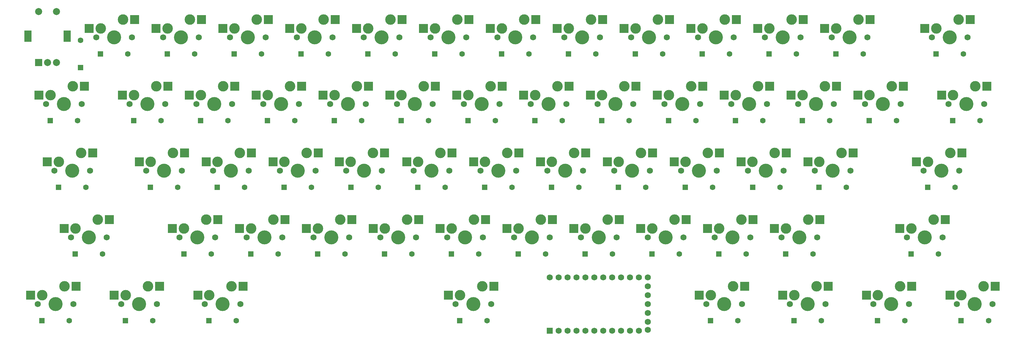
<source format=gbr>
%TF.GenerationSoftware,KiCad,Pcbnew,(5.1.9)-1*%
%TF.CreationDate,2021-02-15T21:30:30-05:00*%
%TF.ProjectId,60percent - Copy,36307065-7263-4656-9e74-202d20436f70,rev?*%
%TF.SameCoordinates,Original*%
%TF.FileFunction,Soldermask,Bot*%
%TF.FilePolarity,Negative*%
%FSLAX46Y46*%
G04 Gerber Fmt 4.6, Leading zero omitted, Abs format (unit mm)*
G04 Created by KiCad (PCBNEW (5.1.9)-1) date 2021-02-15 21:30:30*
%MOMM*%
%LPD*%
G01*
G04 APERTURE LIST*
%ADD10R,1.600000X1.600000*%
%ADD11C,1.600000*%
%ADD12R,2.550000X2.500000*%
%ADD13C,1.750000*%
%ADD14C,4.000000*%
%ADD15C,3.000000*%
%ADD16C,2.000000*%
%ADD17R,2.000000X3.200000*%
%ADD18R,2.000000X2.000000*%
%ADD19R,1.752600X1.752600*%
%ADD20C,1.752600*%
G04 APERTURE END LIST*
D10*
%TO.C,D1*%
X85725000Y-82480800D03*
D11*
X85725000Y-74680800D03*
%TD*%
D10*
%TO.C,D2*%
X91350000Y-78580800D03*
D11*
X99150000Y-78580800D03*
%TD*%
D10*
%TO.C,D3*%
X110400000Y-78580800D03*
D11*
X118200000Y-78580800D03*
%TD*%
%TO.C,D4*%
X137250000Y-78580800D03*
D10*
X129450000Y-78580800D03*
%TD*%
%TO.C,D5*%
X148500000Y-78580800D03*
D11*
X156300000Y-78580800D03*
%TD*%
D10*
%TO.C,D6*%
X167550000Y-78580800D03*
D11*
X175350000Y-78580800D03*
%TD*%
%TO.C,D7*%
X194400000Y-78580800D03*
D10*
X186600000Y-78580800D03*
%TD*%
%TO.C,D8*%
X205650000Y-78580800D03*
D11*
X213450000Y-78580800D03*
%TD*%
D10*
%TO.C,D9*%
X224700000Y-78580800D03*
D11*
X232500000Y-78580800D03*
%TD*%
%TO.C,D10*%
X251550000Y-78580800D03*
D10*
X243750000Y-78580800D03*
%TD*%
D11*
%TO.C,D11*%
X270600000Y-78580800D03*
D10*
X262800000Y-78580800D03*
%TD*%
%TO.C,D12*%
X281850000Y-78580800D03*
D11*
X289650000Y-78580800D03*
%TD*%
%TO.C,D13*%
X308700000Y-78580800D03*
D10*
X300900000Y-78580800D03*
%TD*%
D11*
%TO.C,D14*%
X337276000Y-78580800D03*
D10*
X329476000Y-78580800D03*
%TD*%
D11*
%TO.C,D15*%
X84862500Y-97630800D03*
D10*
X77062500Y-97630800D03*
%TD*%
D11*
%TO.C,D16*%
X108675000Y-97630800D03*
D10*
X100875000Y-97630800D03*
%TD*%
%TO.C,D17*%
X119925000Y-97630800D03*
D11*
X127725000Y-97630800D03*
%TD*%
%TO.C,D18*%
X146775000Y-97630800D03*
D10*
X138975000Y-97630800D03*
%TD*%
D11*
%TO.C,D19*%
X165826000Y-97630800D03*
D10*
X158026000Y-97630800D03*
%TD*%
%TO.C,D20*%
X177076000Y-97630800D03*
D11*
X184876000Y-97630800D03*
%TD*%
D10*
%TO.C,D21*%
X196126000Y-97630800D03*
D11*
X203926000Y-97630800D03*
%TD*%
D10*
%TO.C,D22*%
X215176000Y-97630800D03*
D11*
X222976000Y-97630800D03*
%TD*%
%TO.C,D23*%
X242026000Y-97630800D03*
D10*
X234226000Y-97630800D03*
%TD*%
%TO.C,D24*%
X253276000Y-97630800D03*
D11*
X261076000Y-97630800D03*
%TD*%
%TO.C,D25*%
X280126000Y-97630800D03*
D10*
X272326000Y-97630800D03*
%TD*%
%TO.C,D26*%
X291376000Y-97630800D03*
D11*
X299176000Y-97630800D03*
%TD*%
%TO.C,D27*%
X318226000Y-97630800D03*
D10*
X310426000Y-97630800D03*
%TD*%
%TO.C,D28*%
X334238000Y-97630800D03*
D11*
X342038000Y-97630800D03*
%TD*%
D10*
%TO.C,D29*%
X79443700Y-116681000D03*
D11*
X87243700Y-116681000D03*
%TD*%
D10*
%TO.C,D30*%
X105638000Y-116681000D03*
D11*
X113438000Y-116681000D03*
%TD*%
D10*
%TO.C,D31*%
X124688000Y-116681000D03*
D11*
X132488000Y-116681000D03*
%TD*%
%TO.C,D32*%
X151538000Y-116681000D03*
D10*
X143738000Y-116681000D03*
%TD*%
%TO.C,D33*%
X162788000Y-116681000D03*
D11*
X170588000Y-116681000D03*
%TD*%
%TO.C,D34*%
X189638000Y-116681000D03*
D10*
X181838000Y-116681000D03*
%TD*%
%TO.C,D35*%
X200888000Y-116681000D03*
D11*
X208688000Y-116681000D03*
%TD*%
%TO.C,D36*%
X227738000Y-116681000D03*
D10*
X219938000Y-116681000D03*
%TD*%
%TO.C,D37*%
X238988000Y-116681000D03*
D11*
X246788000Y-116681000D03*
%TD*%
%TO.C,D38*%
X265838000Y-116681000D03*
D10*
X258038000Y-116681000D03*
%TD*%
%TO.C,D39*%
X277204000Y-116681000D03*
D11*
X285004000Y-116681000D03*
%TD*%
%TO.C,D40*%
X303938000Y-116681000D03*
D10*
X296138000Y-116681000D03*
%TD*%
D11*
%TO.C,D41*%
X334894000Y-116681000D03*
D10*
X327094000Y-116681000D03*
%TD*%
D11*
%TO.C,D42*%
X92006300Y-135731000D03*
D10*
X84206300Y-135731000D03*
%TD*%
%TO.C,D43*%
X115162000Y-135731000D03*
D11*
X122962000Y-135731000D03*
%TD*%
%TO.C,D44*%
X142012000Y-135731000D03*
D10*
X134212000Y-135731000D03*
%TD*%
%TO.C,D45*%
X153262000Y-135731000D03*
D11*
X161062000Y-135731000D03*
%TD*%
%TO.C,D46*%
X180112000Y-135731000D03*
D10*
X172312000Y-135731000D03*
%TD*%
%TO.C,D47*%
X191362000Y-135731000D03*
D11*
X199162000Y-135731000D03*
%TD*%
%TO.C,D48*%
X218212000Y-135731000D03*
D10*
X210412000Y-135731000D03*
%TD*%
%TO.C,D49*%
X229462000Y-135731000D03*
D11*
X237262000Y-135731000D03*
%TD*%
%TO.C,D50*%
X256312000Y-135731000D03*
D10*
X248512000Y-135731000D03*
%TD*%
D11*
%TO.C,D51*%
X275362000Y-135731000D03*
D10*
X267562000Y-135731000D03*
%TD*%
D11*
%TO.C,D52*%
X294412000Y-135731000D03*
D10*
X286612000Y-135731000D03*
%TD*%
%TO.C,D53*%
X322332000Y-135731000D03*
D11*
X330132000Y-135731000D03*
%TD*%
%TO.C,D54*%
X82481300Y-154781000D03*
D10*
X74681300Y-154781000D03*
%TD*%
%TO.C,D55*%
X98494000Y-154781000D03*
D11*
X106294000Y-154781000D03*
%TD*%
%TO.C,D56*%
X130106000Y-154781000D03*
D10*
X122306000Y-154781000D03*
%TD*%
%TO.C,D57*%
X193744000Y-154781000D03*
D11*
X201544000Y-154781000D03*
%TD*%
%TO.C,D58*%
X272982000Y-154781000D03*
D10*
X265182000Y-154781000D03*
%TD*%
%TO.C,D59*%
X288994000Y-154781000D03*
D11*
X296794000Y-154781000D03*
%TD*%
%TO.C,D60*%
X320606000Y-154781000D03*
D10*
X312806000Y-154781000D03*
%TD*%
%TO.C,D61*%
X336618000Y-154781000D03*
D11*
X344418000Y-154781000D03*
%TD*%
D12*
%TO.C,K1*%
X101092000Y-68738800D03*
X88165000Y-71278800D03*
D13*
X100330000Y-73818800D03*
X90170000Y-73818800D03*
D14*
X95250000Y-73818800D03*
D15*
X97790000Y-68738800D03*
X91440000Y-71278800D03*
%TD*%
%TO.C,K2*%
X110490000Y-71278800D03*
X116840000Y-68738800D03*
D14*
X114300000Y-73818800D03*
D13*
X109220000Y-73818800D03*
X119380000Y-73818800D03*
D12*
X107215000Y-71278800D03*
X120142000Y-68738800D03*
%TD*%
D15*
%TO.C,K3*%
X129540000Y-71278800D03*
X135890000Y-68738800D03*
D14*
X133350000Y-73818800D03*
D13*
X128270000Y-73818800D03*
X138430000Y-73818800D03*
D12*
X126265000Y-71278800D03*
X139192000Y-68738800D03*
%TD*%
%TO.C,K4*%
X158242000Y-68738800D03*
X145315000Y-71278800D03*
D13*
X157480000Y-73818800D03*
X147320000Y-73818800D03*
D14*
X152400000Y-73818800D03*
D15*
X154940000Y-68738800D03*
X148590000Y-71278800D03*
%TD*%
%TO.C,K5*%
X167640000Y-71278800D03*
X173990000Y-68738800D03*
D14*
X171450000Y-73818800D03*
D13*
X166370000Y-73818800D03*
X176530000Y-73818800D03*
D12*
X164365000Y-71278800D03*
X177292000Y-68738800D03*
%TD*%
%TO.C,K6*%
X196342000Y-68738800D03*
X183415000Y-71278800D03*
D13*
X195580000Y-73818800D03*
X185420000Y-73818800D03*
D14*
X190500000Y-73818800D03*
D15*
X193040000Y-68738800D03*
X186690000Y-71278800D03*
%TD*%
D12*
%TO.C,K7*%
X215392000Y-68738800D03*
X202465000Y-71278800D03*
D13*
X214630000Y-73818800D03*
X204470000Y-73818800D03*
D14*
X209550000Y-73818800D03*
D15*
X212090000Y-68738800D03*
X205740000Y-71278800D03*
%TD*%
D12*
%TO.C,K8*%
X234442000Y-68738800D03*
X221515000Y-71278800D03*
D13*
X233680000Y-73818800D03*
X223520000Y-73818800D03*
D14*
X228600000Y-73818800D03*
D15*
X231140000Y-68738800D03*
X224790000Y-71278800D03*
%TD*%
%TO.C,K9*%
X243840000Y-71278800D03*
X250190000Y-68738800D03*
D14*
X247650000Y-73818800D03*
D13*
X242570000Y-73818800D03*
X252730000Y-73818800D03*
D12*
X240565000Y-71278800D03*
X253492000Y-68738800D03*
%TD*%
D15*
%TO.C,K10*%
X262890000Y-71278800D03*
X269240000Y-68738800D03*
D14*
X266700000Y-73818800D03*
D13*
X261620000Y-73818800D03*
X271780000Y-73818800D03*
D12*
X259615000Y-71278800D03*
X272542000Y-68738800D03*
%TD*%
%TO.C,K11*%
X291592000Y-68738800D03*
X278665000Y-71278800D03*
D13*
X290830000Y-73818800D03*
X280670000Y-73818800D03*
D14*
X285750000Y-73818800D03*
D15*
X288290000Y-68738800D03*
X281940000Y-71278800D03*
%TD*%
D12*
%TO.C,K12*%
X310642000Y-68738800D03*
X297715000Y-71278800D03*
D13*
X309880000Y-73818800D03*
X299720000Y-73818800D03*
D14*
X304800000Y-73818800D03*
D15*
X307340000Y-68738800D03*
X300990000Y-71278800D03*
%TD*%
%TO.C,K13*%
X329566000Y-71278800D03*
X335916000Y-68738800D03*
D14*
X333376000Y-73818800D03*
D13*
X328296000Y-73818800D03*
X338456000Y-73818800D03*
D12*
X326291000Y-71278800D03*
X339218000Y-68738800D03*
%TD*%
D15*
%TO.C,K14*%
X77152500Y-90328800D03*
X83502500Y-87788800D03*
D14*
X80962500Y-92868800D03*
D13*
X75882500Y-92868800D03*
X86042500Y-92868800D03*
D12*
X73877500Y-90328800D03*
X86804500Y-87788800D03*
%TD*%
%TO.C,K27*%
X343980000Y-87788800D03*
X331053000Y-90328800D03*
D13*
X343218000Y-92868800D03*
X333058000Y-92868800D03*
D14*
X338138000Y-92868800D03*
D15*
X340678000Y-87788800D03*
X334328000Y-90328800D03*
%TD*%
%TO.C,K28*%
X79533700Y-109379000D03*
X85883700Y-106839000D03*
D14*
X83343700Y-111919000D03*
D13*
X78263700Y-111919000D03*
X88423700Y-111919000D03*
D12*
X76258700Y-109379000D03*
X89185700Y-106839000D03*
%TD*%
D15*
%TO.C,K29*%
X105728000Y-109379000D03*
X112078000Y-106839000D03*
D14*
X109538000Y-111919000D03*
D13*
X104458000Y-111919000D03*
X114618000Y-111919000D03*
D12*
X102453000Y-109379000D03*
X115380000Y-106839000D03*
%TD*%
%TO.C,K30*%
X134430000Y-106839000D03*
X121503000Y-109379000D03*
D13*
X133668000Y-111919000D03*
X123508000Y-111919000D03*
D14*
X128588000Y-111919000D03*
D15*
X131128000Y-106839000D03*
X124778000Y-109379000D03*
%TD*%
D12*
%TO.C,K31*%
X153480000Y-106839000D03*
X140553000Y-109379000D03*
D13*
X152718000Y-111919000D03*
X142558000Y-111919000D03*
D14*
X147638000Y-111919000D03*
D15*
X150178000Y-106839000D03*
X143828000Y-109379000D03*
%TD*%
D12*
%TO.C,K32*%
X172370000Y-106839000D03*
X159443000Y-109379000D03*
D13*
X171608000Y-111919000D03*
X161448000Y-111919000D03*
D14*
X166528000Y-111919000D03*
D15*
X169068000Y-106839000D03*
X162718000Y-109379000D03*
%TD*%
%TO.C,K33*%
X181928000Y-109379000D03*
X188278000Y-106839000D03*
D14*
X185738000Y-111919000D03*
D13*
X180658000Y-111919000D03*
X190818000Y-111919000D03*
D12*
X178653000Y-109379000D03*
X191580000Y-106839000D03*
%TD*%
%TO.C,K34*%
X210630000Y-106839000D03*
X197703000Y-109379000D03*
D13*
X209868000Y-111919000D03*
X199708000Y-111919000D03*
D14*
X204788000Y-111919000D03*
D15*
X207328000Y-106839000D03*
X200978000Y-109379000D03*
%TD*%
D12*
%TO.C,K35*%
X229680000Y-106839000D03*
X216753000Y-109379000D03*
D13*
X228918000Y-111919000D03*
X218758000Y-111919000D03*
D14*
X223838000Y-111919000D03*
D15*
X226378000Y-106839000D03*
X220028000Y-109379000D03*
%TD*%
%TO.C,K36*%
X239078000Y-109379000D03*
X245428000Y-106839000D03*
D14*
X242888000Y-111919000D03*
D13*
X237808000Y-111919000D03*
X247968000Y-111919000D03*
D12*
X235803000Y-109379000D03*
X248730000Y-106839000D03*
%TD*%
D15*
%TO.C,K37*%
X258128000Y-109379000D03*
X264478000Y-106839000D03*
D14*
X261938000Y-111919000D03*
D13*
X256858000Y-111919000D03*
X267018000Y-111919000D03*
D12*
X254853000Y-109379000D03*
X267780000Y-106839000D03*
%TD*%
D15*
%TO.C,K38*%
X277178000Y-109379000D03*
X283528000Y-106839000D03*
D14*
X280988000Y-111919000D03*
D13*
X275908000Y-111919000D03*
X286068000Y-111919000D03*
D12*
X273903000Y-109379000D03*
X286830000Y-106839000D03*
%TD*%
D15*
%TO.C,K39*%
X296228000Y-109379000D03*
X302578000Y-106839000D03*
D14*
X300038000Y-111919000D03*
D13*
X294958000Y-111919000D03*
X305118000Y-111919000D03*
D12*
X292953000Y-109379000D03*
X305880000Y-106839000D03*
%TD*%
D15*
%TO.C,K40*%
X327184000Y-109379000D03*
X333534000Y-106839000D03*
D14*
X330994000Y-111919000D03*
D13*
X325914000Y-111919000D03*
X336074000Y-111919000D03*
D12*
X323909000Y-109379000D03*
X336836000Y-106839000D03*
%TD*%
%TO.C,K41*%
X93948300Y-125889000D03*
X81021300Y-128429000D03*
D13*
X93186300Y-130969000D03*
X83026300Y-130969000D03*
D14*
X88106300Y-130969000D03*
D15*
X90646300Y-125889000D03*
X84296300Y-128429000D03*
%TD*%
%TO.C,K42*%
X115194000Y-128429000D03*
X121544000Y-125889000D03*
D14*
X119004000Y-130969000D03*
D13*
X113924000Y-130969000D03*
X124084000Y-130969000D03*
D12*
X111919000Y-128429000D03*
X124846000Y-125889000D03*
%TD*%
D15*
%TO.C,K43*%
X134302000Y-128429000D03*
X140652000Y-125889000D03*
D14*
X138112000Y-130969000D03*
D13*
X133032000Y-130969000D03*
X143192000Y-130969000D03*
D12*
X131027000Y-128429000D03*
X143954000Y-125889000D03*
%TD*%
D15*
%TO.C,K44*%
X153352000Y-128429000D03*
X159702000Y-125889000D03*
D14*
X157162000Y-130969000D03*
D13*
X152082000Y-130969000D03*
X162242000Y-130969000D03*
D12*
X150077000Y-128429000D03*
X163004000Y-125889000D03*
%TD*%
%TO.C,K45*%
X182054000Y-125889000D03*
X169127000Y-128429000D03*
D13*
X181292000Y-130969000D03*
X171132000Y-130969000D03*
D14*
X176212000Y-130969000D03*
D15*
X178752000Y-125889000D03*
X172402000Y-128429000D03*
%TD*%
D12*
%TO.C,K46*%
X201104000Y-125889000D03*
X188177000Y-128429000D03*
D13*
X200342000Y-130969000D03*
X190182000Y-130969000D03*
D14*
X195262000Y-130969000D03*
D15*
X197802000Y-125889000D03*
X191452000Y-128429000D03*
%TD*%
D12*
%TO.C,K47*%
X220154000Y-125889000D03*
X207227000Y-128429000D03*
D13*
X219392000Y-130969000D03*
X209232000Y-130969000D03*
D14*
X214312000Y-130969000D03*
D15*
X216852000Y-125889000D03*
X210502000Y-128429000D03*
%TD*%
D12*
%TO.C,K48*%
X239204000Y-125889000D03*
X226277000Y-128429000D03*
D13*
X238442000Y-130969000D03*
X228282000Y-130969000D03*
D14*
X233362000Y-130969000D03*
D15*
X235902000Y-125889000D03*
X229552000Y-128429000D03*
%TD*%
%TO.C,K49*%
X248602000Y-128429000D03*
X254952000Y-125889000D03*
D14*
X252412000Y-130969000D03*
D13*
X247332000Y-130969000D03*
X257492000Y-130969000D03*
D12*
X245327000Y-128429000D03*
X258254000Y-125889000D03*
%TD*%
D15*
%TO.C,K50*%
X267652000Y-128429000D03*
X274002000Y-125889000D03*
D14*
X271462000Y-130969000D03*
D13*
X266382000Y-130969000D03*
X276542000Y-130969000D03*
D12*
X264377000Y-128429000D03*
X277304000Y-125889000D03*
%TD*%
D15*
%TO.C,K51*%
X286702000Y-128429000D03*
X293052000Y-125889000D03*
D14*
X290512000Y-130969000D03*
D13*
X285432000Y-130969000D03*
X295592000Y-130969000D03*
D12*
X283427000Y-128429000D03*
X296354000Y-125889000D03*
%TD*%
D15*
%TO.C,K52*%
X322422000Y-128429000D03*
X328772000Y-125889000D03*
D14*
X326232000Y-130969000D03*
D13*
X321152000Y-130969000D03*
X331312000Y-130969000D03*
D12*
X319147000Y-128429000D03*
X332074000Y-125889000D03*
%TD*%
%TO.C,K53*%
X84423300Y-144939000D03*
X71496300Y-147479000D03*
D13*
X83661300Y-150019000D03*
X73501300Y-150019000D03*
D14*
X78581300Y-150019000D03*
D15*
X81121300Y-144939000D03*
X74771300Y-147479000D03*
%TD*%
%TO.C,K54*%
X98584000Y-147479000D03*
X104934000Y-144939000D03*
D14*
X102394000Y-150019000D03*
D13*
X97314000Y-150019000D03*
X107474000Y-150019000D03*
D12*
X95309000Y-147479000D03*
X108236000Y-144939000D03*
%TD*%
D15*
%TO.C,K55*%
X122396000Y-147479000D03*
X128746000Y-144939000D03*
D14*
X126206000Y-150019000D03*
D13*
X121126000Y-150019000D03*
X131286000Y-150019000D03*
D12*
X119121000Y-147479000D03*
X132048000Y-144939000D03*
%TD*%
D15*
%TO.C,K56*%
X193834000Y-147479000D03*
X200184000Y-144939000D03*
D14*
X197644000Y-150019000D03*
D13*
X192564000Y-150019000D03*
X202724000Y-150019000D03*
D12*
X190559000Y-147479000D03*
X203486000Y-144939000D03*
%TD*%
D15*
%TO.C,K57*%
X265272000Y-147479000D03*
X271622000Y-144939000D03*
D14*
X269082000Y-150019000D03*
D13*
X264002000Y-150019000D03*
X274162000Y-150019000D03*
D12*
X261997000Y-147479000D03*
X274924000Y-144939000D03*
%TD*%
%TO.C,K58*%
X298736000Y-144939000D03*
X285809000Y-147479000D03*
D13*
X297974000Y-150019000D03*
X287814000Y-150019000D03*
D14*
X292894000Y-150019000D03*
D15*
X295434000Y-144939000D03*
X289084000Y-147479000D03*
%TD*%
%TO.C,K59*%
X312896000Y-147479000D03*
X319246000Y-144939000D03*
D14*
X316706000Y-150019000D03*
D13*
X311626000Y-150019000D03*
X321786000Y-150019000D03*
D12*
X309621000Y-147479000D03*
X322548000Y-144939000D03*
%TD*%
%TO.C,K60*%
X346360000Y-144939000D03*
X333433000Y-147479000D03*
D13*
X345598000Y-150019000D03*
X335438000Y-150019000D03*
D14*
X340518000Y-150019000D03*
D15*
X343058000Y-144939000D03*
X336708000Y-147479000D03*
%TD*%
D16*
%TO.C,SW1*%
X78818700Y-66462800D03*
X73818700Y-66462800D03*
D17*
X81918700Y-73462800D03*
X70718700Y-73462800D03*
D16*
X78818700Y-80962800D03*
X76318700Y-80962800D03*
D18*
X73818700Y-80962800D03*
%TD*%
D19*
%TO.C,U1*%
X219392000Y-157639000D03*
D20*
X221932000Y-157639000D03*
X224472000Y-157639000D03*
X227012000Y-157639000D03*
X229552000Y-157639000D03*
X232092000Y-157639000D03*
X234632000Y-157639000D03*
X237172000Y-157639000D03*
X239712000Y-157639000D03*
X242252000Y-157639000D03*
X244792000Y-157639000D03*
X247332000Y-142399000D03*
X244792000Y-142399000D03*
X242252000Y-142399000D03*
X239712000Y-142399000D03*
X237172000Y-142399000D03*
X234632000Y-142399000D03*
X232092000Y-142399000D03*
X229552000Y-142399000D03*
X227012000Y-142399000D03*
X224472000Y-142399000D03*
X221932000Y-142399000D03*
X247332000Y-157410400D03*
X219392000Y-142399000D03*
X247332000Y-144939000D03*
X247332000Y-147479000D03*
X247332000Y-150019000D03*
X247332000Y-152559000D03*
X247332000Y-155099000D03*
%TD*%
D12*
%TO.C,K15*%
X110617000Y-87788800D03*
X97690000Y-90328800D03*
D13*
X109855000Y-92868800D03*
X99695000Y-92868800D03*
D14*
X104775000Y-92868800D03*
D15*
X107315000Y-87788800D03*
X100965000Y-90328800D03*
%TD*%
%TO.C,K16*%
X120015000Y-90328800D03*
X126365000Y-87788800D03*
D14*
X123825000Y-92868800D03*
D13*
X118745000Y-92868800D03*
X128905000Y-92868800D03*
D12*
X116740000Y-90328800D03*
X129667000Y-87788800D03*
%TD*%
%TO.C,K17*%
X148717000Y-87788800D03*
X135790000Y-90328800D03*
D13*
X147955000Y-92868800D03*
X137795000Y-92868800D03*
D14*
X142875000Y-92868800D03*
D15*
X145415000Y-87788800D03*
X139065000Y-90328800D03*
%TD*%
%TO.C,K18*%
X158116000Y-90328800D03*
X164466000Y-87788800D03*
D14*
X161926000Y-92868800D03*
D13*
X156846000Y-92868800D03*
X167006000Y-92868800D03*
D12*
X154841000Y-90328800D03*
X167768000Y-87788800D03*
%TD*%
D15*
%TO.C,K19*%
X177166000Y-90328800D03*
X183516000Y-87788800D03*
D14*
X180976000Y-92868800D03*
D13*
X175896000Y-92868800D03*
X186056000Y-92868800D03*
D12*
X173891000Y-90328800D03*
X186818000Y-87788800D03*
%TD*%
%TO.C,K20*%
X205868000Y-87788800D03*
X192941000Y-90328800D03*
D13*
X205106000Y-92868800D03*
X194946000Y-92868800D03*
D14*
X200026000Y-92868800D03*
D15*
X202566000Y-87788800D03*
X196216000Y-90328800D03*
%TD*%
D12*
%TO.C,K21*%
X224918000Y-87788800D03*
X211991000Y-90328800D03*
D13*
X224156000Y-92868800D03*
X213996000Y-92868800D03*
D14*
X219076000Y-92868800D03*
D15*
X221616000Y-87788800D03*
X215266000Y-90328800D03*
%TD*%
%TO.C,K22*%
X234316000Y-90328800D03*
X240666000Y-87788800D03*
D14*
X238126000Y-92868800D03*
D13*
X233046000Y-92868800D03*
X243206000Y-92868800D03*
D12*
X231041000Y-90328800D03*
X243968000Y-87788800D03*
%TD*%
D15*
%TO.C,K23*%
X253366000Y-90328800D03*
X259716000Y-87788800D03*
D14*
X257176000Y-92868800D03*
D13*
X252096000Y-92868800D03*
X262256000Y-92868800D03*
D12*
X250091000Y-90328800D03*
X263018000Y-87788800D03*
%TD*%
D15*
%TO.C,K24*%
X272416000Y-90328800D03*
X278766000Y-87788800D03*
D14*
X276226000Y-92868800D03*
D13*
X271146000Y-92868800D03*
X281306000Y-92868800D03*
D12*
X269141000Y-90328800D03*
X282068000Y-87788800D03*
%TD*%
%TO.C,K25*%
X301118000Y-87788800D03*
X288191000Y-90328800D03*
D13*
X300356000Y-92868800D03*
X290196000Y-92868800D03*
D14*
X295276000Y-92868800D03*
D15*
X297816000Y-87788800D03*
X291466000Y-90328800D03*
%TD*%
D12*
%TO.C,K26*%
X320168000Y-87788800D03*
X307241000Y-90328800D03*
D13*
X319406000Y-92868800D03*
X309246000Y-92868800D03*
D14*
X314326000Y-92868800D03*
D15*
X316866000Y-87788800D03*
X310516000Y-90328800D03*
%TD*%
M02*

</source>
